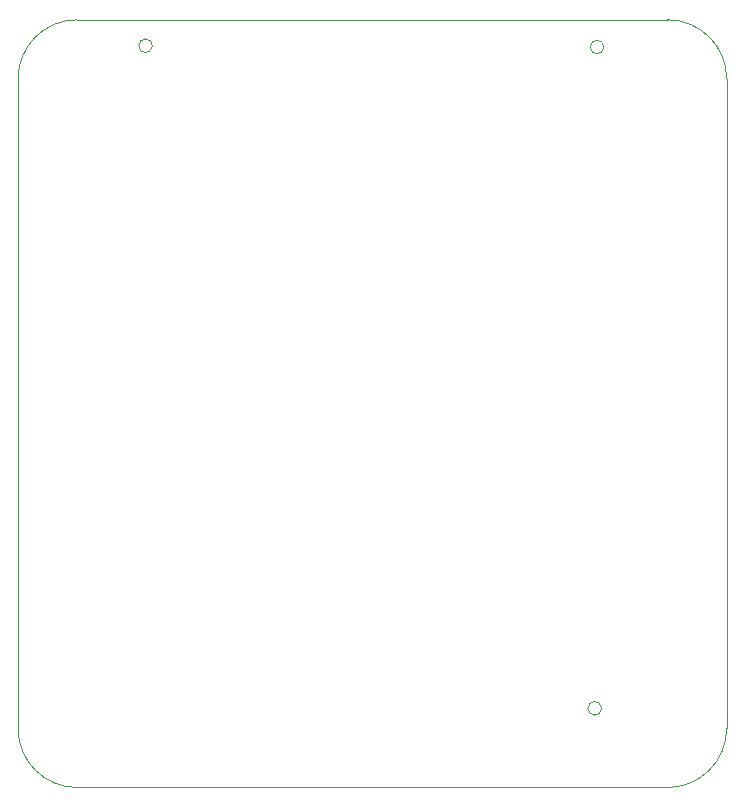
<source format=gbr>
%TF.GenerationSoftware,KiCad,Pcbnew,8.0.6*%
%TF.CreationDate,2024-12-12T23:36:56-08:00*%
%TF.ProjectId,KiCAD_MCPtest,4b694341-445f-44d4-9350-746573742e6b,rev?*%
%TF.SameCoordinates,Original*%
%TF.FileFunction,Profile,NP*%
%FSLAX46Y46*%
G04 Gerber Fmt 4.6, Leading zero omitted, Abs format (unit mm)*
G04 Created by KiCad (PCBNEW 8.0.6) date 2024-12-12 23:36:56*
%MOMM*%
%LPD*%
G01*
G04 APERTURE LIST*
%TA.AperFunction,Profile*%
%ADD10C,0.050000*%
%TD*%
G04 APERTURE END LIST*
D10*
X149400000Y-101300000D02*
G75*
G02*
X148248000Y-101300000I-576000J0D01*
G01*
X148248000Y-101300000D02*
G75*
G02*
X149400000Y-101300000I576000J0D01*
G01*
X149600000Y-45300000D02*
G75*
G02*
X148448000Y-45300000I-576000J0D01*
G01*
X148448000Y-45300000D02*
G75*
G02*
X149600000Y-45300000I576000J0D01*
G01*
X111376000Y-45200000D02*
G75*
G02*
X110224000Y-45200000I-576000J0D01*
G01*
X110224000Y-45200000D02*
G75*
G02*
X111376000Y-45200000I576000J0D01*
G01*
X160000000Y-48000000D02*
X160000000Y-103000000D01*
X105000000Y-43000000D02*
X155000000Y-43000000D01*
X100000000Y-103000000D02*
X100000000Y-48000000D01*
X105000000Y-108000000D02*
X155000000Y-108000000D01*
X105000000Y-108000000D02*
G75*
G02*
X100000000Y-103000000I0J5000000D01*
G01*
X160000000Y-103000000D02*
G75*
G02*
X155000000Y-108000000I-5000000J0D01*
G01*
X155000000Y-43000000D02*
G75*
G02*
X160000000Y-48000000I0J-5000000D01*
G01*
X100000000Y-48000000D02*
G75*
G02*
X105000000Y-43000000I5000000J0D01*
G01*
M02*

</source>
